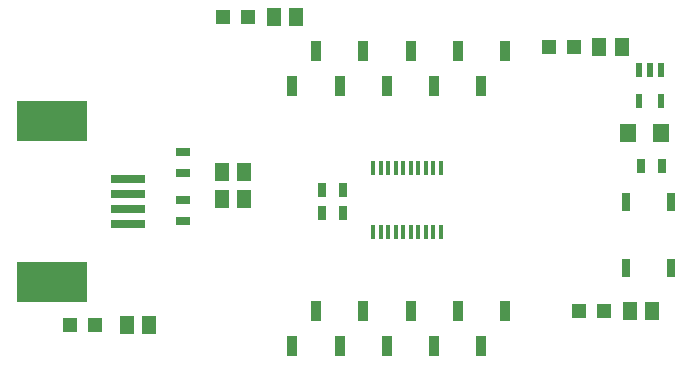
<source format=gtp>
G75*
G70*
%OFA0B0*%
%FSLAX24Y24*%
%IPPOS*%
%LPD*%
%AMOC8*
5,1,8,0,0,1.08239X$1,22.5*
%
%ADD10R,0.0150X0.0450*%
%ADD11R,0.0217X0.0472*%
%ADD12R,0.0551X0.0630*%
%ADD13R,0.0315X0.0472*%
%ADD14R,0.0300X0.0600*%
%ADD15R,0.0472X0.0472*%
%ADD16R,0.0335X0.0669*%
%ADD17R,0.2378X0.1339*%
%ADD18R,0.1181X0.0276*%
%ADD19R,0.0472X0.0315*%
%ADD20R,0.0512X0.0591*%
D10*
X014608Y007045D03*
X014858Y007045D03*
X015108Y007045D03*
X015358Y007045D03*
X015608Y007045D03*
X015858Y007045D03*
X016108Y007045D03*
X016358Y007045D03*
X016608Y007045D03*
X016858Y007045D03*
X016858Y009155D03*
X016608Y009155D03*
X016358Y009155D03*
X016108Y009155D03*
X015858Y009155D03*
X015608Y009155D03*
X015358Y009155D03*
X015108Y009155D03*
X014858Y009155D03*
X014608Y009155D03*
D11*
X023459Y011418D03*
X024207Y011418D03*
X024207Y012442D03*
X023833Y012442D03*
X023459Y012442D03*
D12*
X023102Y010340D03*
X024204Y010340D03*
D13*
X024238Y009240D03*
X023529Y009240D03*
X013618Y008440D03*
X012909Y008440D03*
X012909Y007670D03*
X013618Y007670D03*
D14*
X023033Y008050D03*
X024533Y008050D03*
X024533Y005850D03*
X023033Y005850D03*
D15*
X004520Y003950D03*
X005347Y003950D03*
X020480Y013220D03*
X021307Y013220D03*
X010447Y014200D03*
X009620Y014200D03*
X021470Y004400D03*
X022297Y004400D03*
D16*
X019007Y004410D03*
X017433Y004410D03*
X015858Y004410D03*
X014283Y004410D03*
X012708Y004410D03*
X011921Y003229D03*
X013496Y003229D03*
X015070Y003229D03*
X016645Y003229D03*
X018220Y003229D03*
X018220Y011890D03*
X016645Y011890D03*
X015858Y013071D03*
X014283Y013071D03*
X015070Y011890D03*
X013496Y011890D03*
X011921Y011890D03*
X012708Y013071D03*
X017433Y013071D03*
X019007Y013071D03*
D17*
X003912Y010727D03*
X003912Y005373D03*
D18*
X006439Y007312D03*
X006439Y007804D03*
X006439Y008296D03*
X006439Y008788D03*
D19*
X008283Y008996D03*
X008283Y009704D03*
X008283Y008104D03*
X008283Y007396D03*
D20*
X009559Y008150D03*
X010307Y008150D03*
X010307Y009050D03*
X009559Y009050D03*
X011309Y014200D03*
X012057Y014200D03*
X022149Y013190D03*
X022897Y013190D03*
X023159Y004400D03*
X023907Y004400D03*
X007157Y003950D03*
X006409Y003950D03*
M02*

</source>
